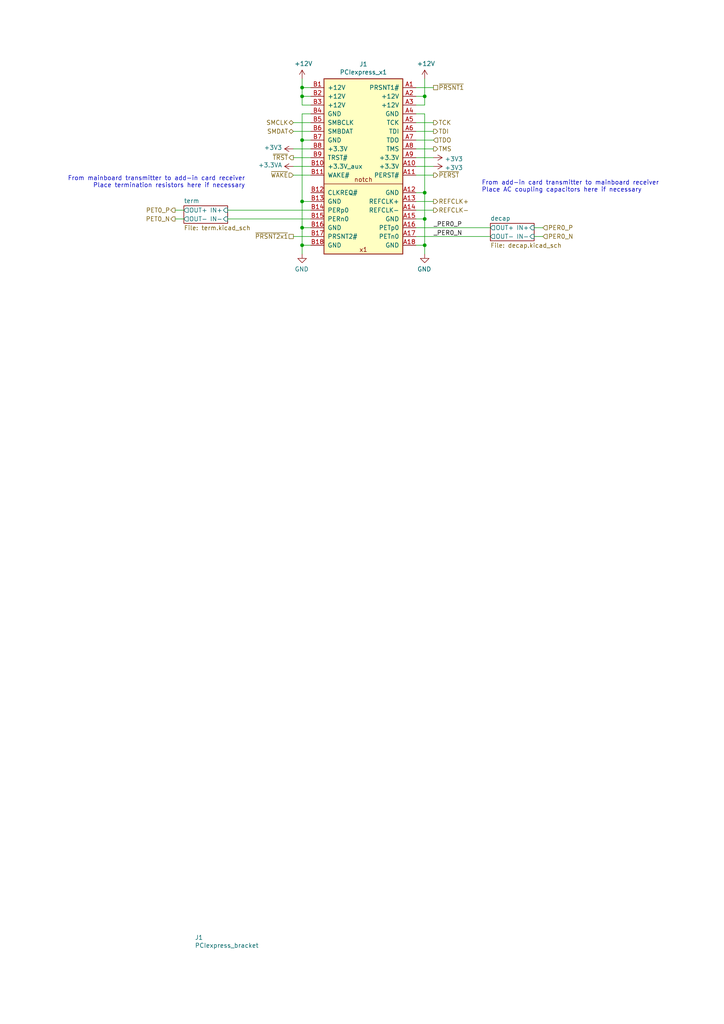
<source format=kicad_sch>
(kicad_sch (version 20250114) (generator "eeschema") (generator_version "9.0")
  (paper "A4" portrait)
  (title_block (title "PCIexpress_x1_full") (company "Author: Luca Anastasio"))
  (lib_symbols
    (symbol "PCIexpress:PCIexpress_bracket" (pin_names (offset 1.016))
      (property "Reference" "J" (at 0 0 0))
      (property "Value" "PCIexpress_bracket" (at 0 0 0))
    )
    (symbol "PCIexpress:PCIexpress_x1" (pin_names (offset 1.016))
      (property "Reference" "J" (at 0 3.81 0))
      (property "Value" "PCIexpress_x1" (at 0 1.27 0))
      (symbol "PCIexpress_x1_0_0"
        (text "notch" (at 0 -29.21 0) (effects (font (size 1.27 1.27))))
        (text "x1" (at 0 -49.53 0) (effects (font (size 1.27 1.27))))
      )
      (symbol "PCIexpress_x1_0_1"
        (polyline (pts (xy 11.43 -30.48) (xy -11.43 -30.48)))
      )
      (symbol "PCIexpress_x1_1_1"
        (rectangle (start 11.43 0) (end -11.43 -50.8) (stroke (width 0.254)) (fill (type background)))
        (pin power_in line (at -15.24 -2.54 0) (length 3.81) (name "+12V") (number "B1"))
        (pin power_in line (at -15.24 -5.08 0) (length 3.81) (name "+12V") (number "B2"))
        (pin power_in line (at -15.24 -7.62 0) (length 3.81) (name "+12V") (number "B3"))
        (pin power_in line (at -15.24 -10.16 0) (length 3.81) (name "GND") (number "B4"))
        (pin input line (at -15.24 -12.7 0) (length 3.81) (name "SMBCLK") (number "B5"))
        (pin bidirectional line (at -15.24 -15.24 0) (length 3.81) (name "SMBDAT") (number "B6"))
        (pin power_in line (at -15.24 -17.78 0) (length 3.81) (name "GND") (number "B7"))
        (pin power_in line (at -15.24 -20.32 0) (length 3.81) (name "+3.3V") (number "B8"))
        (pin input line (at -15.24 -22.86 0) (length 3.81) (name "TRST#") (number "B9"))
        (pin power_in line (at -15.24 -25.4 0) (length 3.81) (name "+3.3V_aux") (number "B10"))
        (pin bidirectional line (at -15.24 -27.94 0) (length 3.81) (name "WAKE#") (number "B11"))
        (pin bidirectional line (at -15.24 -33.02 0) (length 3.81) (name "CLKREQ#") (number "B12"))
        (pin power_in line (at -15.24 -35.56 0) (length 3.81) (name "GND") (number "B13"))
        (pin input line (at -15.24 -38.1 0) (length 3.81) (name "PERp0") (number "B14"))
        (pin input line (at -15.24 -40.64 0) (length 3.81) (name "PERn0") (number "B15"))
        (pin power_in line (at -15.24 -43.18 0) (length 3.81) (name "GND") (number "B16"))
        (pin passive line (at -15.24 -45.72 0) (length 3.81) (name "PRSNT2#") (number "B17"))
        (pin power_in line (at -15.24 -48.26 0) (length 3.81) (name "GND") (number "B18"))
        (pin passive line (at 15.24 -2.54 180) (length 3.81) (name "PRSNT1#") (number "A1"))
        (pin power_in line (at 15.24 -5.08 180) (length 3.81) (name "+12V") (number "A2"))
        (pin power_in line (at 15.24 -7.62 180) (length 3.81) (name "+12V") (number "A3"))
        (pin power_in line (at 15.24 -10.16 180) (length 3.81) (name "GND") (number "A4"))
        (pin input line (at 15.24 -12.7 180) (length 3.81) (name "TCK") (number "A5"))
        (pin input line (at 15.24 -15.24 180) (length 3.81) (name "TDI") (number "A6"))
        (pin output line (at 15.24 -17.78 180) (length 3.81) (name "TDO") (number "A7"))
        (pin input line (at 15.24 -20.32 180) (length 3.81) (name "TMS") (number "A8"))
        (pin power_in line (at 15.24 -22.86 180) (length 3.81) (name "+3.3V") (number "A9"))
        (pin power_in line (at 15.24 -25.4 180) (length 3.81) (name "+3.3V") (number "A10"))
        (pin input line (at 15.24 -27.94 180) (length 3.81) (name "PERST#") (number "A11"))
        (pin power_in line (at 15.24 -33.02 180) (length 3.81) (name "GND") (number "A12"))
        (pin input line (at 15.24 -35.56 180) (length 3.81) (name "REFCLK+") (number "A13"))
        (pin input line (at 15.24 -38.1 180) (length 3.81) (name "REFCLK-") (number "A14"))
        (pin power_in line (at 15.24 -40.64 180) (length 3.81) (name "GND") (number "A15"))
        (pin output line (at 15.24 -43.18 180) (length 3.81) (name "PETp0") (number "A16"))
        (pin output line (at 15.24 -45.72 180) (length 3.81) (name "PETn0") (number "A17"))
        (pin power_in line (at 15.24 -48.26 180) (length 3.81) (name "GND") (number "A18"))
      )
    )
    (symbol "PCIexpress_x1_full-rescue:+3.3V-power" (power) (pin_names (offset 0))
      (property "Value" "+3.3V-power" (at 0 3.556 0))
      (symbol "+3.3V-power_0_1"
        (polyline (pts (xy -0.762 1.27) (xy 0 2.54)))
        (polyline (pts (xy 0 2.54) (xy 0.762 1.27)))
        (polyline (pts (xy 0 0) (xy 0 2.54)))
      )
      (symbol "+3.3V-power_1_1"
        (pin power_in line (at 0 0 90) (length 0) (hide yes) (name "+3V3") (number "1"))
      )
    )
    (symbol "power:+12V" (power) (pin_names (offset 0))
      (property "Value" "+12V" (at 0 3.556 0))
      (symbol "+12V_0_1"
        (polyline (pts (xy -0.762 1.27) (xy 0 2.54)))
        (polyline (pts (xy 0 2.54) (xy 0.762 1.27)))
        (polyline (pts (xy 0 0) (xy 0 2.54)))
      )
      (symbol "+12V_1_1"
        (pin power_in line (at 0 0 90) (length 0) (hide yes) (name "+12V") (number "1"))
      )
    )
    (symbol "power:+3.3VA" (power) (pin_names (offset 0))
      (property "Value" "+3.3VA" (at 0 3.556 0))
      (symbol "+3.3VA_0_1"
        (polyline (pts (xy -0.762 1.27) (xy 0 2.54)))
        (polyline (pts (xy 0 2.54) (xy 0.762 1.27)))
        (polyline (pts (xy 0 0) (xy 0 2.54)))
      )
      (symbol "+3.3VA_1_1"
        (pin power_in line (at 0 0 90) (length 0) (hide yes) (name "+3.3VA") (number "1"))
      )
    )
    (symbol "power:GND" (power) (pin_names (offset 0))
      (property "Value" "GND" (at 0 -3.81 0))
      (symbol "GND_0_1"
        (polyline (pts (xy 0 0) (xy 0 -1.27) (xy 1.27 -1.27) (xy 0 -2.54) (xy -1.27 -1.27) (xy 0 -1.27)))
      )
      (symbol "GND_1_1"
        (pin power_in line (at 0 0 270) (length 0) (hide yes) (name "GND") (number "1"))
      )
    )
  )
  (text "From add-in card transmitter to mainboard receiver\nPlace AC coupling capacitors here if necessary" (at 139.7 55.88 0) (effects (font (size 1.27 1.27)) (justify left bottom)))
  (text "From mainboard transmitter to add-in card receiver\nPlace termination resistors here if necessary" (at 71.12 54.61 0) (effects (font (size 1.27 1.27)) (justify right bottom)))
  (junction (at 87.63 25.4))
  (junction (at 87.63 58.42))
  (junction (at 123.19 63.5))
  (junction (at 87.63 66.04))
  (junction (at 123.19 27.94))
  (junction (at 123.19 71.12))
  (junction (at 123.19 55.88))
  (junction (at 87.63 71.12))
  (junction (at 87.63 27.94))
  (junction (at 87.63 40.64))
  (wire (pts (xy 90.17 25.4) (xy 87.63 25.4)))
  (wire (pts (xy 87.63 27.94) (xy 90.17 27.94)))
  (wire (pts (xy 123.19 22.86) (xy 123.19 27.94)))
  (wire (pts (xy 90.17 66.04) (xy 87.63 66.04)))
  (wire (pts (xy 90.17 68.58) (xy 85.09 68.58)))
  (wire (pts (xy 120.65 66.04) (xy 142.24 66.04)))
  (wire (pts (xy 87.63 73.66) (xy 87.63 71.12)))
  (wire (pts (xy 90.17 40.64) (xy 87.63 40.64)))
  (wire (pts (xy 120.65 25.4) (xy 125.73 25.4)))
  (wire (pts (xy 123.19 55.88) (xy 123.19 63.5)))
  (wire (pts (xy 87.63 40.64) (xy 87.63 33.02)))
  (wire (pts (xy 120.65 60.96) (xy 125.73 60.96)))
  (wire (pts (xy 120.65 58.42) (xy 125.73 58.42)))
  (wire (pts (xy 87.63 66.04) (xy 87.63 58.42)))
  (wire (pts (xy 85.09 45.72) (xy 90.17 45.72)))
  (wire (pts (xy 87.63 30.48) (xy 87.63 27.94)))
  (wire (pts (xy 120.65 40.64) (xy 125.73 40.64)))
  (wire (pts (xy 120.65 68.58) (xy 142.24 68.58)))
  (wire (pts (xy 87.63 71.12) (xy 87.63 66.04)))
  (wire (pts (xy 154.94 68.58) (xy 157.48 68.58)))
  (wire (pts (xy 120.65 43.18) (xy 125.73 43.18)))
  (wire (pts (xy 120.65 30.48) (xy 123.19 30.48)))
  (wire (pts (xy 120.65 55.88) (xy 123.19 55.88)))
  (wire (pts (xy 120.65 35.56) (xy 125.73 35.56)))
  (wire (pts (xy 66.04 63.5) (xy 90.17 63.5)))
  (wire (pts (xy 90.17 71.12) (xy 87.63 71.12)))
  (wire (pts (xy 85.09 35.56) (xy 90.17 35.56)))
  (wire (pts (xy 120.65 48.26) (xy 125.73 48.26)))
  (wire (pts (xy 123.19 33.02) (xy 120.65 33.02)))
  (wire (pts (xy 85.09 38.1) (xy 90.17 38.1)))
  (wire (pts (xy 90.17 58.42) (xy 87.63 58.42)))
  (wire (pts (xy 87.63 25.4) (xy 87.63 22.86)))
  (wire (pts (xy 87.63 27.94) (xy 87.63 25.4)))
  (wire (pts (xy 50.8 60.96) (xy 53.34 60.96)))
  (wire (pts (xy 85.09 43.18) (xy 90.17 43.18)))
  (wire (pts (xy 123.19 30.48) (xy 123.19 27.94)))
  (wire (pts (xy 123.19 27.94) (xy 120.65 27.94)))
  (wire (pts (xy 66.04 60.96) (xy 90.17 60.96)))
  (wire (pts (xy 120.65 45.72) (xy 125.73 45.72)))
  (wire (pts (xy 154.94 66.04) (xy 157.48 66.04)))
  (wire (pts (xy 90.17 30.48) (xy 87.63 30.48)))
  (wire (pts (xy 87.63 33.02) (xy 90.17 33.02)))
  (wire (pts (xy 85.09 50.8) (xy 90.17 50.8)))
  (wire (pts (xy 120.65 63.5) (xy 123.19 63.5)))
  (wire (pts (xy 120.65 71.12) (xy 123.19 71.12)))
  (wire (pts (xy 85.09 48.26) (xy 90.17 48.26)))
  (wire (pts (xy 120.65 50.8) (xy 125.73 50.8)))
  (wire (pts (xy 123.19 63.5) (xy 123.19 71.12)))
  (wire (pts (xy 50.8 63.5) (xy 53.34 63.5)))
  (wire (pts (xy 123.19 33.02) (xy 123.19 55.88)))
  (wire (pts (xy 120.65 38.1) (xy 125.73 38.1)))
  (wire (pts (xy 87.63 58.42) (xy 87.63 40.64)))
  (wire (pts (xy 123.19 73.66) (xy 123.19 71.12)))
  (label "_PER0_P" (at 125.73 66.04 0))
  (label "_PER0_N" (at 125.73 68.58 0))
  (hierarchical_label "PER0_N" (shape input) (at 157.48 68.58 0))
  (hierarchical_label "TCK" (shape output) (at 125.73 35.56 0))
  (hierarchical_label "TDO" (shape input) (at 125.73 40.64 0))
  (hierarchical_label "SMDAT" (shape bidirectional) (at 85.09 38.1 180))
  (hierarchical_label "~{WAKE}" (shape input) (at 85.09 50.8 180))
  (hierarchical_label "PET0_N" (shape output) (at 50.8 63.5 180))
  (hierarchical_label "SMCLK" (shape bidirectional) (at 85.09 35.56 180))
  (hierarchical_label "REFCLK+" (shape output) (at 125.73 58.42 0))
  (hierarchical_label "~{PRSNT1}" (shape passive) (at 125.73 25.4 0))
  (hierarchical_label "~{PRSNT2x1}" (shape passive) (at 85.09 68.58 180))
  (hierarchical_label "REFCLK-" (shape output) (at 125.73 60.96 0))
  (hierarchical_label "TMS" (shape output) (at 125.73 43.18 0))
  (hierarchical_label "~{TRST}" (shape output) (at 85.09 45.72 180))
  (hierarchical_label "TDI" (shape output) (at 125.73 38.1 0))
  (hierarchical_label "~{PERST}" (shape output) (at 125.73 50.8 0))
  (hierarchical_label "PER0_P" (shape input) (at 157.48 66.04 0))
  (hierarchical_label "PET0_P" (shape output) (at 50.8 60.96 180))
  (symbol (lib_id "PCIexpress:PCIexpress_x1") (at 105.41 22.86 0) (unit 1)
    (property "Reference" "J1" (at 105.41 18.6182 0))
    (property "Value" "PCIexpress_x1" (at 105.41 20.9296 0))
    (property "Footprint" "PCIexpress:PCIexpress_x1" (effects (hide yes)))
  )
  (symbol (lib_id "PCIexpress:PCIexpress_bracket") (at 55.88 273.05 0) (unit 1)
    (property "Reference" "J1" (at 56.515 271.8816 0) (effects (justify left)))
    (property "Value" "PCIexpress_bracket" (at 56.515 274.193 0) (effects (justify left)))
    (property "Footprint" "PCIexpress:PCIexpress_bracket_full" (effects (hide yes)))
  )
  (symbol (lib_id "power:GND") (at 87.63 73.66 0) (mirror y) (unit 1)
    (property "Reference" "#PWR0101" (effects (hide yes)))
    (property "Value" "GND" (at 87.503 78.0542 0))
  )
  (symbol (lib_id "power:GND") (at 123.19 73.66 0) (mirror y) (unit 1)
    (property "Reference" "#PWR0102" (effects (hide yes)))
    (property "Value" "GND" (at 123.063 78.0542 0))
  )
  (symbol (lib_id "PCIexpress_x1_full-rescue:+3.3V-power") (at 85.09 43.18 90) (unit 1)
    (property "Reference" "#PWR0103" (effects (hide yes)))
    (property "Value" "+3V3" (at 81.8388 42.799 90) (effects (justify left)))
  )
  (symbol (lib_id "PCIexpress_x1_full-rescue:+3.3V-power") (at 125.73 45.72 270) (unit 1)
    (property "Reference" "#PWR0104" (effects (hide yes)))
    (property "Value" "+3V3" (at 128.9812 46.101 90) (effects (justify left)))
  )
  (symbol (lib_id "PCIexpress_x1_full-rescue:+3.3V-power") (at 125.73 48.26 270) (unit 1)
    (property "Reference" "#PWR0105" (effects (hide yes)))
    (property "Value" "+3V3" (at 128.9812 48.641 90) (effects (justify left)))
  )
  (symbol (lib_id "power:+3.3VA") (at 85.09 48.26 90) (unit 1)
    (property "Reference" "#PWR0106" (effects (hide yes)))
    (property "Value" "+3.3VA" (at 81.8642 47.879 90) (effects (justify left)))
  )
  (symbol (lib_id "power:+12V") (at 87.63 22.86 0) (unit 1)
    (property "Reference" "#PWR0107" (effects (hide yes)))
    (property "Value" "+12V" (at 88.011 18.4658 0))
  )
  (symbol (lib_id "power:+12V") (at 123.19 22.86 0) (unit 1)
    (property "Reference" "#PWR0108" (effects (hide yes)))
    (property "Value" "+12V" (at 123.571 18.4658 0))
  )
  (sheet (at 53.34 59.69) (size 12.7 5.08)
    (property "Sheetname" "term" (at 53.34 58.9784 0) (effects (justify left bottom)))
    (property "Sheetfile" "term.kicad_sch" (at 53.34 65.3546 0) (effects (justify left top)))
    (pin "IN+" input (at 66.04 60.96 0))
    (pin "IN-" input (at 66.04 63.5 0))
    (pin "OUT+" output (at 53.34 60.96 180))
    (pin "OUT-" output (at 53.34 63.5 180))
  )
  (sheet (at 142.24 64.77) (size 12.7 5.08)
    (property "Sheetname" "decap" (at 142.24 64.0584 0) (effects (justify left bottom)))
    (property "Sheetfile" "decap.kicad_sch" (at 142.24 70.4346 0) (effects (justify left top)))
    (pin "IN+" input (at 154.94 66.04 0))
    (pin "OUT+" output (at 142.24 66.04 180))
    (pin "OUT-" output (at 142.24 68.58 180))
    (pin "IN-" input (at 154.94 68.58 0))
  )
)
</source>
